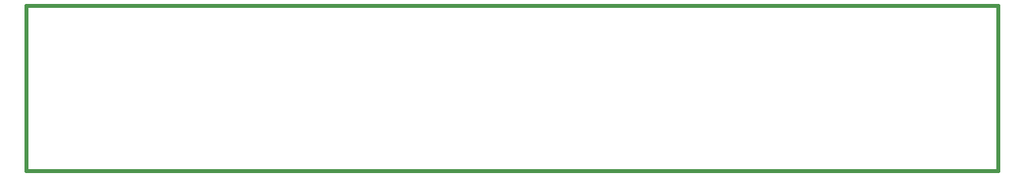
<source format=gbr>
G04 #@! TF.GenerationSoftware,KiCad,Pcbnew,5.1.6-c6e7f7d~87~ubuntu19.10.1*
G04 #@! TF.CreationDate,2022-01-09T17:17:58+06:00*
G04 #@! TF.ProjectId,fuzz_factory_r1d_r1c,66757a7a-5f66-4616-9374-6f72795f7231,MB:1D/PB:1C*
G04 #@! TF.SameCoordinates,Original*
G04 #@! TF.FileFunction,Profile,NP*
%FSLAX46Y46*%
G04 Gerber Fmt 4.6, Leading zero omitted, Abs format (unit mm)*
G04 Created by KiCad (PCBNEW 5.1.6-c6e7f7d~87~ubuntu19.10.1) date 2022-01-09 17:17:58*
%MOMM*%
%LPD*%
G01*
G04 APERTURE LIST*
G04 #@! TA.AperFunction,Profile*
%ADD10C,0.400000*%
G04 #@! TD*
G04 APERTURE END LIST*
D10*
X199390000Y-30480000D02*
X199390000Y-48260000D01*
X95250000Y-30480000D02*
X95250000Y-48260000D01*
X95250000Y-48260000D02*
X199390000Y-48260000D01*
X95250000Y-30480000D02*
X199390000Y-30480000D01*
M02*

</source>
